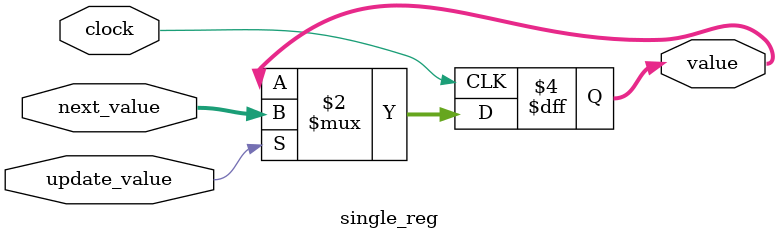
<source format=v>
module single_reg#(
	parameter width = 32
)(
	input [width-1:0] next_value,
	input clock, update_value,
	output reg [width-1:0] value
);

always @ (negedge clock)
	if (update_value)
		value <= next_value;

endmodule

</source>
